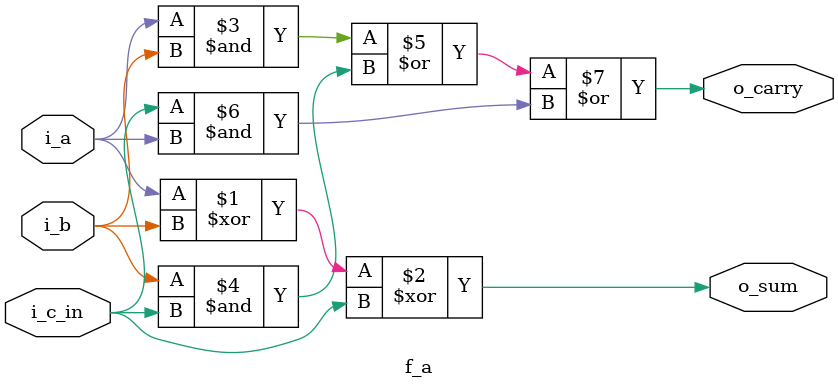
<source format=v>
`timescale 1ns / 1ps


module f_a(
i_a,
i_b,
i_c_in,
o_sum,
o_carry
    );
    input i_a,i_b,i_c_in;
    output o_sum,o_carry;
    assign o_sum=i_a^i_b^i_c_in;
    assign o_carry=(i_a&i_b) | (i_b&i_c_in) | (i_c_in&i_a);
    
    
    
    
endmodule

</source>
